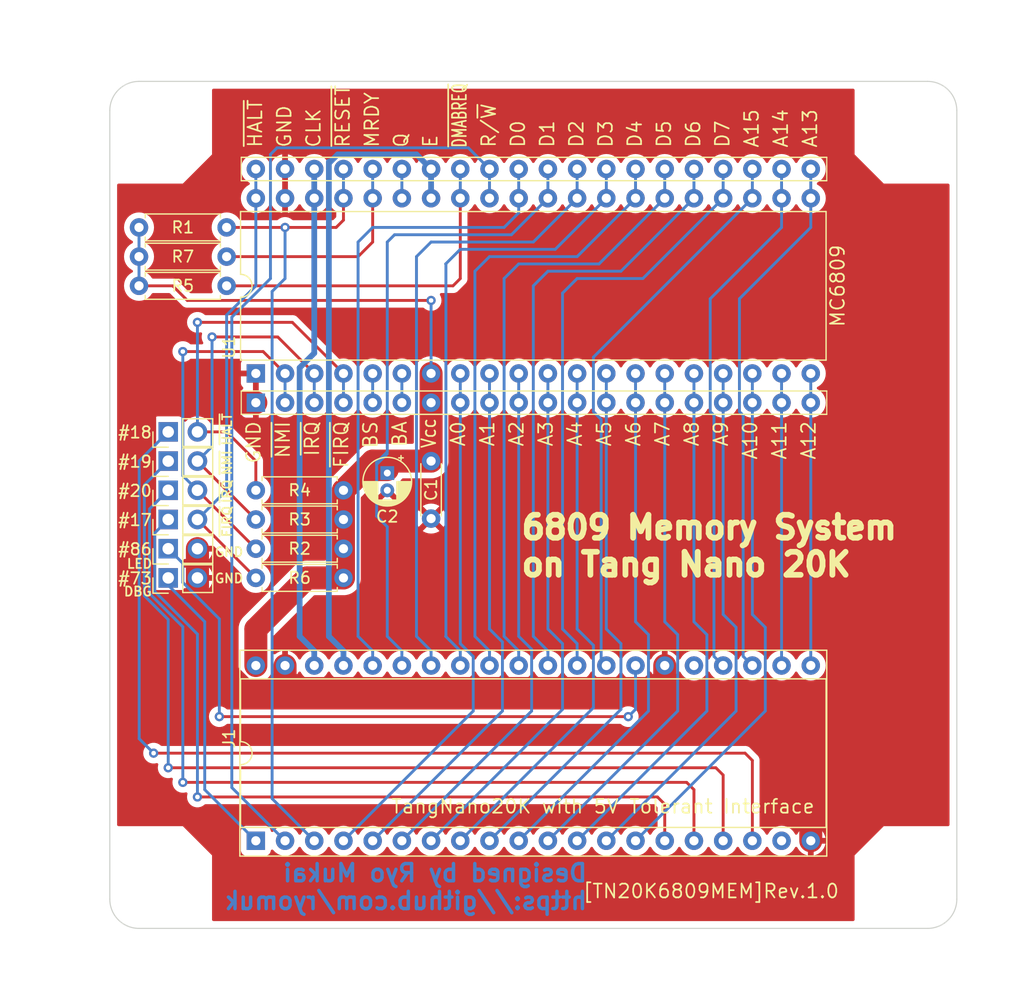
<source format=kicad_pcb>
(kicad_pcb (version 20221018) (generator pcbnew)
  (layers (0 "F.Cu" signal) (31 "B.Cu" signal) (34 "B.Paste" user) (35 "F.Paste" user) (36 "B.SilkS" user "B.Silkscreen") (37 "F.SilkS" user "F.Silkscreen") (38 "B.Mask" user) (39 "F.Mask" user) (44 "Edge.Cuts" user))
  (net 0 "")
  (net 1 "A8")
  (net 2 "A9")
  (net 3 "RESET_n")
  (net 4 "DBG")
  (net 5 "D4")
  (net 6 "A10")
  (net 7 "A11")
  (net 8 "D3")
  (net 9 "D5")
  (net 10 "D6")
  (net 11 "D2")
  (net 12 "D7")
  (net 13 "D0")
  (net 14 "D1")
  (net 15 "A12")
  (net 16 "A13")
  (net 17 "GND")
  (net 18 "A14")
  (net 19 "A15")
  (net 20 "CLK")
  (net 21 "RW_n")
  (net 22 "PIN20")
  (net 23 "PIN19")
  (net 24 "PIN17")
  (net 25 "PIN18")
  (net 26 "A7")
  (net 27 "A6")
  (net 28 "A5")
  (net 29 "A4")
  (net 31 "LED_RGB")
  (net 32 "A3")
  (net 33 "A2")
  (net 34 "A1")
  (net 35 "A0")
  (net 37 "E")
  (net 38 "NMI_n")
  (net 39 "HALT_n")
  (net 40 "VCC")
  (net 41 "IRQ_n")
  (net 42 "FIRQ_n")
  (net 43 "BS")
  (net 44 "BA")
  (net 45 "DMA_BREQ_n")
  (net 46 "Q")
  (net 47 "MRDY")
  (footprint "000_MyFootprint:CP_Radial_D4.0mm_P1.50mm" (layer "F.Cu") (at 24.13 34.06 -90)
    (fp_text reference "C2")
    (fp_text value "22uF")
  )
  (footprint "000_MyFootprint:MountingHole_3mm" (layer "F.Cu") (at 68.58 68.58)
    (fp_text reference "REF**")
    (fp_text value "MountingHole_3mm")
  )
  (footprint "000_MyFootprint:PinHeader_1x02_P2.54mm_Vertical" (layer "F.Cu") (at 5.08 43.18 90)
    (fp_text reference "J3" hide)
    (fp_text value "DBG")
  )
  (footprint "000_MyFootprint:R_Axial_DIN0207_L6.3mm_D2.5mm_P7.62mm_Horizontal" (layer "F.Cu") (at 20.32 38.1 180)
    (fp_text reference "R3")
    (fp_text value "10k")
  )
  (footprint "000_MyFootprint:DIP-40_W15.24mm_Socket" (layer "F.Cu") (at 12.7 66.04 90)
    (fp_text reference "J1")
    (fp_text value "TangNano20K5VInterface")
  )
  (footprint "000_MyFootprint:R_Axial_DIN0207_L6.3mm_D2.5mm_P7.62mm_Horizontal" (layer "F.Cu") (at 2.54 12.7)
    (fp_text reference "R1")
    (fp_text value "10k")
  )
  (footprint "000_MyFootprint:PinHeader_1x02_P2.54mm_Vertical" (layer "F.Cu") (at 5.08 40.64 90)
    (fp_text reference "J8" hide)
    (fp_text value "LED_RGB")
  )
  (footprint "000_MyFootprint:R_Axial_DIN0207_L6.3mm_D2.5mm_P7.62mm_Horizontal" (layer "F.Cu") (at 20.32 35.56 180)
    (fp_text reference "R4")
    (fp_text value "10k")
  )
  (footprint "000_MyFootprint:R_Axial_DIN0207_L6.3mm_D2.5mm_P7.62mm_Horizontal" (layer "F.Cu") (at 20.32 40.64 180)
    (fp_text reference "R2")
    (fp_text value "10k")
  )
  (footprint "000_MyFootprint:MountingHole_3mm" (layer "F.Cu") (at 5.08 5.08)
    (fp_text reference "REF**")
    (fp_text value "MountingHole_3mm")
  )
  (footprint "000_MyFootprint:R_Axial_DIN0207_L6.3mm_D2.5mm_P7.62mm_Horizontal" (layer "F.Cu") (at 2.54 15.24)
    (fp_text reference "R7")
    (fp_text value "10k")
  )
  (footprint "000_MyFootprint:PinHeader_1x02_P2.54mm_Vertical" (layer "F.Cu") (at 5.08 38.1 90)
    (fp_text reference "J4" hide)
    (fp_text value "HALT_n")
  )
  (footprint "000_MyFootprint:PinHeader_1x02_P2.54mm_Vertical" (layer "F.Cu") (at 5.08 35.56 90)
    (fp_text reference "J5" hide)
    (fp_text value "NMI_n")
  )
  (footprint "000_MyFootprint:R_Axial_DIN0207_L6.3mm_D2.5mm_P7.62mm_Horizontal" (layer "F.Cu") (at 2.54 17.78)
    (fp_text reference "R5")
    (fp_text value "10k")
  )
  (footprint "000_MyFootprint:C_Disc_D4.3mm_W1.9mm_P5.00mm" (layer "F.Cu") (at 27.94 33.02 -90)
    (fp_text reference "C1")
    (fp_text value "0.1uF")
  )
  (footprint "Package_DIP:DIP-40_W15.24mm" (layer "F.Cu") (at 12.7 25.4 90)
    (fp_text reference "U1")
    (fp_text value "MC6809")
  )
  (footprint "000_MyFootprint:DIP-40_W20.32mm800mil_Socket" (layer "F.Cu") (at 12.7 27.94 90)
    (fp_text reference "J2")
    (fp_text value "6809 TEST")
  )
  (footprint "000_MyFootprint:PinHeader_1x02_P2.54mm_Vertical" (layer "F.Cu") (at 5.08 30.48 90)
    (fp_text reference "J7" hide)
    (fp_text value "FIRQ_n")
  )
  (footprint "000_MyFootprint:MountingHole_3mm" (layer "F.Cu") (at 5.08 68.58)
    (fp_text reference "REF**")
    (fp_text value "MountingHole_3mm")
  )
  (footprint "000_MyFootprint:R_Axial_DIN0207_L6.3mm_D2.5mm_P7.62mm_Horizontal" (layer "F.Cu") (at 20.32 43.18 180)
    (fp_text reference "R6")
    (fp_text value "10k")
  )
  (footprint "000_MyFootprint:MountingHole_3mm" (layer "F.Cu") (at 68.58 5.08)
    (fp_text reference "REF**")
    (fp_text value "MountingHole_3mm")
  )
  (footprint "000_MyFootprint:PinHeader_1x02_P2.54mm_Vertical" (layer "F.Cu") (at 5.08 33.02 90)
    (fp_text reference "J6" hide)
    (fp_text value "IRQ_n")
  )
  (gr_line (start 2.54 0) (end 71.12 0) (stroke (width 0.1)) (layer "Edge.Cuts"))
  (gr_arc (start 71.12 0) (mid 72.916051 0.743949) (end 73.66 2.54) (stroke (width 0.1)) (layer "Edge.Cuts"))
  (gr_arc (start 73.66 71.12) (mid 72.916051 72.916051) (end 71.12 73.66) (stroke (width 0.1)) (layer "Edge.Cuts"))
  (gr_line (start 73.66 2.54) (end 73.66 71.12) (stroke (width 0.1)) (layer "Edge.Cuts"))
  (gr_arc (start 2.54 73.66) (mid 0.743949 72.916051) (end 0 71.12) (stroke (width 0.1)) (layer "Edge.Cuts"))
  (gr_arc (start 0 2.54) (mid 0.743949 0.743949) (end 2.54 0) (stroke (width 0.1)) (layer "Edge.Cuts"))
  (gr_line (start 0 71.12) (end 0 2.54) (stroke (width 0.1)) (layer "Edge.Cuts"))
  (gr_line (start 71.12 73.66) (end 2.54 73.66) (stroke (width 0.1)) (layer "Edge.Cuts"))
  (gr_text "Designed by Ryo Mukai\nhttps://github.com/ryomuk" (at 41.656 72.136) (layer "B.Cu") (effects (font (size 1.5 1.5) (thickness 0.3) bold) (justify left bottom mirror)))
  (gr_text "#19" (at 0.635 33.655) (layer "F.SilkS") (effects (font (size 1 1)) (justify left bottom)))
  (gr_text "E" (at 28.575 5.842 90) (layer "F.SilkS") (effects (font (size 1.2 1.2)) (justify left bottom)))
  (gr_text "A2" (at 36.068 29.464 90) (layer "F.SilkS") (effects (font (size 1.2 1.2)) (justify right bottom)))
  (gr_text "Vcc" (at 28.448 29.21 90) (layer "F.SilkS") (effects (font (size 1.2 1)) (justify right bottom)))
  (gr_text "A4" (at 41.148 29.464 90) (layer "F.SilkS") (effects (font (size 1.2 1.2)) (justify right bottom)))
  (gr_text "A0" (at 30.988 29.464 90) (layer "F.SilkS") (effects (font (size 1.2 1.2)) (justify right bottom)))
  (gr_text "BS" (at 23.368 29.464 90) (layer "F.SilkS") (effects (font (size 1.2 1.2)) (justify right bottom)))
  (gr_text "GND" (at 11.684 41.402) (layer "F.SilkS") (effects (font (size 0.8 0.8)) (justify right bottom)))
  (gr_text "#17" (at 0.635 38.735) (layer "F.SilkS") (effects (font (size 1 1)) (justify left bottom)))
  (gr_text "[TN20K6809MEM]Rev.1.0" (at 63.5 71.12) (layer "F.SilkS") (effects (font (size 1.2 1.2)) (justify right bottom)))
  (gr_text "A10" (at 56.388 29.464 90) (layer "F.SilkS") (effects (font (size 1.2 1.2)) (justify right bottom)))
  (gr_text "#20" (at 0.635 36.195) (layer "F.SilkS") (effects (font (size 1 1)) (justify left bottom)))
  (gr_text "~{NMI}" (at 15.748 29.464 90) (layer "F.SilkS") (effects (font (size 1.2 1.2)) (justify right bottom)))
  (gr_text "D7" (at 53.975 5.842 90) (layer "F.SilkS") (effects (font (size 1.2 1.2)) (justify left bottom)))
  (gr_text "DBG" (at 1.143 44.831) (layer "F.SilkS") (effects (font (size 0.8 0.8) (thickness 0.15) bold) (justify left bottom)))
  (gr_text "D2" (at 41.275 5.842 90) (layer "F.SilkS") (effects (font (size 1.2 1.2)) (justify left bottom)))
  (gr_text "A3" (at 38.608 29.464 90) (layer "F.SilkS") (effects (font (size 1.2 1.2)) (justify right bottom)))
  (gr_text "~{HALT}" (at 13.335 5.842 90) (layer "F.SilkS") (effects (font (size 1.2 1.2)) (justify left bottom)))
  (gr_text "~{RESET}" (at 20.955 5.842 90) (layer "F.SilkS") (effects (font (size 1.2 1.2)) (justify left bottom)))
  (gr_text "~{IRQ}" (at 10.668 34.544 90) (layer "F.SilkS") (effects (font (size 0.8 0.8)) (justify right bottom)))
  (gr_text "MRDY" (at 23.495 5.842 90) (layer "F.SilkS") (effects (font (size 1.2 1.2)) (justify left bottom)))
  (gr_text "BA" (at 25.908 29.464 90) (layer "F.SilkS") (effects (font (size 1.2 1.2)) (justify right bottom)))
  (gr_text "~{IRQ}" (at 18.288 29.464 90) (layer "F.SilkS") (effects (font (size 1.2 1.2)) (justify right bottom)))
  (gr_text "A13" (at 61.595 5.842 90) (layer "F.SilkS") (effects (font (size 1.2 1.2)) (justify left bottom)))
  (gr_text "A8" (at 51.308 29.464 90) (layer "F.SilkS") (effects (font (size 1.2 1.2)) (justify right bottom)))
  (gr_text "GND" (at 15.875 5.842 90) (layer "F.SilkS") (effects (font (size 1.2 1.2)) (justify left bottom)))
  (gr_text "A7" (at 48.768 29.464 90) (layer "F.SilkS") (effects (font (size 1.2 1.2)) (justify right bottom)))
  (gr_text "6809 Memory System\non Tang Nano 20K" (at 35.56 43.18) (layer "F.SilkS") (effects (font (size 2 2) (thickness 0.5) bold) (justify left bottom)))
  (gr_text "#86" (at 0.635 41.275) (layer "F.SilkS") (effects (font (size 1 1)) (justify left bottom)))
  (gr_text "TangNano20K with 5V Tolerant Interface" (at 24.384 63.754) (layer "F.SilkS") (effects (font (size 1.2 1.2)) (justify left bottom)))
  (gr_text "#73" (at 0.635 43.815) (layer "F.SilkS") (effects (font (size 1 1)) (justify left bottom)))
  (gr_text "D4" (at 46.355 5.842 90) (layer "F.SilkS") (effects (font (size 1.2 1.2)) (justify left bottom)))
  (gr_text "LED" (at 1.397 42.418) (layer "F.SilkS") (effects (font (size 0.8 0.8) (thickness 0.15) bold) (justify left bottom)))
  (gr_text "D3" (at 43.815 5.842 90) (layer "F.SilkS") (effects (font (size 1.2 1.2)) (justify left bottom)))
  (gr_text "Q" (at 26.035 5.842 90) (layer "F.SilkS") (effects (font (size 1.2 1.2)) (justify left bottom)))
  (gr_text "~{DMABREQ}" (at 31.115 5.842 90) (layer "F.SilkS") (effects (font (size 1.2 0.8)) (justify left bottom)))
  (gr_text "D5" (at 48.895 5.842 90) (layer "F.SilkS") (effects (font (size 1.2 1.2)) (justify left bottom)))
  (gr_text "D6" (at 51.435 5.842 90) (layer "F.SilkS") (effects (font (size 1.2 1.2)) (justify left bottom)))
  (gr_text "A14" (at 59.055 5.842 90) (layer "F.SilkS") (effects (font (size 1.2 1.2)) (justify left bottom)))
  (gr_text "GND" (at 11.684 43.688) (layer "F.SilkS") (effects (font (size 0.8 0.8)) (justify right bottom)))
  (gr_text "#18" (at 0.635 31.115) (layer "F.SilkS") (effects (font (size 1 1)) (justify left bottom)))
  (gr_text "~{HALT}" (at 10.668 31.75 90) (layer "F.SilkS") (effects (font (size 0.8 0.8)) (justify left bottom)))
  (gr_text "D1" (at 38.735 5.842 90) (layer "F.SilkS") (effects (font (size 1.2 1.2)) (justify left bottom)))
  (gr_text "A15" (at 56.515 5.842 90) (layer "F.SilkS") (effects (font (size 1.2 1.2)) (justify left bottom)))
  (gr_text "R/~{W}" (at 33.655 5.842 90) (layer "F.SilkS") (effects (font (size 1.2 1.2)) (justify left bottom)))
  (gr_text "~{FIRQ}" (at 20.828 29.464 90) (layer "F.SilkS") (effects (font (size 1.2 1.2)) (justify right bottom)))
  (gr_text "A6" (at 46.228 29.464 90) (layer "F.SilkS") (effects (font (size 1.2 1.2)) (justify right bottom)))
  (gr_text "A5" (at 43.688 29.464 90) (layer "F.SilkS") (effects (font (size 1.2 1.2)) (justify right bottom)))
  (gr_text "~{FIRQ}" (at 10.668 36.83 90) (layer "F.SilkS") (effects (font (size 0.8 0.8)) (justify right bottom)))
  (gr_text "A11" (at 58.928 29.464 90) (layer "F.SilkS") (effects (font (size 1.2 1.2)) (justify right bottom)))
  (gr_text "A9" (at 53.848 29.464 90) (layer "F.SilkS") (effects (font (size 1.2 1.2)) (justify right bottom)))
  (gr_text "A1" (at 33.528 29.464 90) (layer "F.SilkS") (effects (font (size 1.2 1.2)) (justify right bottom)))
  (gr_text "~{NMI}" (at 10.668 32.004 90) (layer "F.SilkS") (effects (font (size 0.8 0.8)) (justify right bottom)))
  (gr_text "D0" (at 36.195 5.842 90) (layer "F.SilkS") (effects (font (size 1.2 1.2)) (justify left bottom)))
  (gr_text "GND" (at 13.208 29.464 90) (layer "F.SilkS") (effects (font (size 1.2 1.2)) (justify right bottom)))
  (gr_text "A12" (at 61.468 29.464 90) (layer "F.SilkS") (effects (font (size 1.2 1.2)) (justify right bottom)))
  (gr_text "CLK" (at 18.415 5.842 90) (layer "F.SilkS") (effects (font (size 1.2 1.2)) (justify left bottom)))
  (segment (start 50.8 25.4) (end 50.8 27.94) (width 0.25) (layer "B.Cu") (net 1))
  (segment (start 50.8 46.99) (end 50.8 27.94) (width 0.25) (layer "B.Cu") (net 1))
  (segment (start 40.64 66.04) (end 51.925 54.755) (width 0.25) (layer "B.Cu") (net 1))
  (segment (start 51.925 48.115) (end 50.8 46.99) (width 0.25) (layer "B.Cu") (net 1))
  (segment (start 51.925 54.755) (end 51.925 48.115) (width 0.25) (layer "B.Cu") (net 1))
  (segment (start 43.18 66.04) (end 54.465 54.755) (width 0.25) (layer "B.Cu") (net 2))
  (segment (start 53.34 27.94) (end 53.34 25.4) (width 0.25) (layer "B.Cu") (net 2))
  (segment (start 53.34 46.355) (end 53.34 27.94) (width 0.25) (layer "B.Cu") (net 2))
  (segment (start 54.465 54.755) (end 54.465 47.48) (width 0.25) (layer "B.Cu") (net 2))
  (segment (start 54.465 47.48) (end 53.34 46.355) (width 0.25) (layer "B.Cu") (net 2))
  (segment (start 20.32 12.065) (end 20.32 10.16) (width 0.25) (layer "F.Cu") (net 3))
  (segment (start 19.685 12.7) (end 20.32 12.065) (width 0.25) (layer "F.Cu") (net 3))
  (segment (start 10.16 12.7) (end 19.685 12.7) (width 0.25) (layer "F.Cu") (net 3))
  (via (at 15.24 12.7) (size 0.8) (drill 0.4) (layers "F.Cu" "B.Cu") (net 3))
  (segment (start 17.78 66.04) (end 14.115 62.375) (width 0.25) (layer "B.Cu") (net 3))
  (segment (start 14.115 62.375) (end 14.115 18.27) (width 0.25) (layer "B.Cu") (net 3))
  (segment (start 14.115 18.27) (end 15.24 17.145) (width 0.25) (layer "B.Cu") (net 3))
  (segment (start 15.24 17.145) (end 15.24 12.7) (width 0.25) (layer "B.Cu") (net 3))
  (segment (start 20.32 7.62) (end 20.32 10.16) (width 0.25) (layer "B.Cu") (net 3))
  (segment (start 8.255 61.595) (end 8.255 46.99) (width 0.25) (layer "B.Cu") (net 4))
  (segment (start 12.7 66.04) (end 8.255 61.595) (width 0.25) (layer "B.Cu") (net 4))
  (segment (start 5.08 43.815) (end 5.08 43.18) (width 0.25) (layer "B.Cu") (net 4))
  (segment (start 8.255 46.99) (end 5.08 43.815) (width 0.25) (layer "B.Cu") (net 4))
  (segment (start 45.72 7.62) (end 45.72 10.16) (width 0.25) (layer "B.Cu") (net 5))
  (segment (start 33.02 49.53) (end 31.75 48.26) (width 0.25) (layer "B.Cu") (net 5))
  (segment (start 45.72 10.16) (end 40.64 15.24) (width 0.25) (layer "B.Cu") (net 5))
  (segment (start 31.75 48.26) (end 31.75 16.51) (width 0.25) (layer "B.Cu") (net 5))
  (segment (start 40.64 15.24) (end 33.02 15.24) (width 0.25) (layer "B.Cu") (net 5))
  (segment (start 33.02 50.8) (end 33.02 49.53) (width 0.25) (layer "B.Cu") (net 5))
  (segment (start 33.02 15.24) (end 31.75 16.51) (width 0.25) (layer "B.Cu") (net 5))
  (segment (start 55.88 25.4) (end 55.88 27.94) (width 0.25) (layer "B.Cu") (net 6))
  (segment (start 57.005 47.48) (end 55.88 46.355) (width 0.25) (layer "B.Cu") (net 6))
  (segment (start 57.005 54.755) (end 57.005 47.48) (width 0.25) (layer "B.Cu") (net 6))
  (segment (start 55.88 46.355) (end 55.88 27.94) (width 0.25) (layer "B.Cu") (net 6))
  (segment (start 45.72 66.04) (end 57.005 54.755) (width 0.25) (layer "B.Cu") (net 6))
  (segment (start 58.42 27.94) (end 58.42 25.4) (width 0.25) (layer "B.Cu") (net 7))
  (segment (start 58.42 50.8) (end 58.42 27.94) (width 0.25) (layer "B.Cu") (net 7))
  (segment (start 29.230001 15.895001) (end 29.21 15.875) (width 0.25) (layer "B.Cu") (net 8))
  (segment (start 43.18 7.62) (end 43.18 10.16) (width 0.25) (layer "B.Cu") (net 8))
  (segment (start 30.48 14.605) (end 29.21 15.875) (width 0.25) (layer "B.Cu") (net 8))
  (segment (start 29.21 48.26) (end 29.230001 48.239999) (width 0.25) (layer "B.Cu") (net 8))
  (segment (start 29.230001 48.239999) (end 29.230001 15.895001) (width 0.25) (layer "B.Cu") (net 8))
  (segment (start 30.48 50.8) (end 30.48 49.53) (width 0.25) (layer "B.Cu") (net 8))
  (segment (start 43.18 10.16) (end 38.735 14.605) (width 0.25) (layer "B.Cu") (net 8))
  (segment (start 38.735 14.605) (end 30.48 14.605) (width 0.25) (layer "B.Cu") (net 8))
  (segment (start 30.48 49.53) (end 29.21 48.26) (width 0.25) (layer "B.Cu") (net 8))
  (segment (start 35.56 15.875) (end 34.29 17.145) (width 0.25) (layer "B.Cu") (net 9))
  (segment (start 48.26 10.16) (end 42.545 15.875) (width 0.25) (layer "B.Cu") (net 9))
  (segment (start 42.545 15.875) (end 35.56 15.875) (width 0.25) (layer "B.Cu") (net 9))
  (segment (start 35.56 49.53) (end 34.29 48.26) (width 0.25) (layer "B.Cu") (net 9))
  (segment (start 35.56 50.8) (end 35.56 49.53) (width 0.25) (layer "B.Cu") (net 9))
  (segment (start 34.29 48.26) (end 34.29 17.145) (width 0.25) (layer "B.Cu") (net 9))
  (segment (start 48.26 7.62) (end 48.26 10.16) (width 0.25) (layer "B.Cu") (net 9))
  (segment (start 38.1 49.53) (end 36.83 48.26) (width 0.25) (layer "B.Cu") (net 10))
  (segment (start 36.83 48.26) (end 36.83 17.78) (width 0.25) (layer "B.Cu") (net 10))
  (segment (start 50.8 10.16) (end 44.45 16.51) (width 0.25) (layer "B.Cu") (net 10))
  (segment (start 38.1 50.8) (end 38.1 49.53) (width 0.25) (layer "B.Cu") (net 10))
  (segment (start 50.8 7.62) (end 50.8 10.16) (width 0.25) (layer "B.Cu") (net 10))
  (segment (start 44.45 16.51) (end 38.1 16.51) (width 0.25) (layer "B.Cu") (net 10))
  (segment (start 38.1 16.51) (end 36.83 17.78) (width 0.25) (layer "B.Cu") (net 10))
  (segment (start 26.67 48.26) (end 26.67 15.24) (width 0.25) (layer "B.Cu") (net 11))
  (segment (start 40.64 7.62) (end 40.64 10.16) (width 0.25) (layer "B.Cu") (net 11))
  (segment (start 40.64 10.16) (end 36.83 13.97) (width 0.25) (layer "B.Cu") (net 11))
  (segment (start 27.94 13.97) (end 26.67 15.24) (width 0.25) (layer "B.Cu") (net 11))
  (segment (start 36.83 13.97) (end 27.94 13.97) (width 0.25) (layer "B.Cu") (net 11))
  (segment (start 27.94 49.53) (end 26.67 48.26) (width 0.25) (layer "B.Cu") (net 11))
  (segment (start 27.94 50.8) (end 27.94 49.53) (width 0.25) (layer "B.Cu") (net 11))
  (segment (start 39.37 18.415) (end 39.37 47.625) (width 0.25) (layer "B.Cu") (net 12))
  (segment (start 46.355 17.145) (end 40.64 17.145) (width 0.25) (layer "B.Cu") (net 12))
  (segment (start 53.34 10.16) (end 46.355 17.145) (width 0.25) (layer "B.Cu") (net 12))
  (segment (start 53.34 7.62) (end 53.34 10.16) (width 0.25) (layer "B.Cu") (net 12))
  (segment (start 40.64 48.895) (end 40.64 50.8) (width 0.25) (layer "B.Cu") (net 12))
  (segment (start 40.64 17.145) (end 39.37 18.415) (width 0.25) (layer "B.Cu") (net 12))
  (segment (start 39.37 47.625) (end 40.64 48.895) (width 0.25) (layer "B.Cu") (net 12))
  (segment (start 21.59 13.97) (end 22.86 12.7) (width 0.25) (layer "B.Cu") (net 13))
  (segment (start 21.59 48.26) (end 21.59 13.97) (width 0.25) (layer "B.Cu") (net 13))
  (segment (start 22.86 49.53) (end 21.59 48.26) (width 0.25) (layer "B.Cu") (net 13))
  (segment (start 35.56 7.62) (end 35.56 10.16) (width 0.25) (layer "B.Cu") (net 13))
  (segment (start 35.56 11.43) (end 34.29 12.7) (width 0.25) (layer "B.Cu") (net 13))
  (segment (start 34.29 12.7) (end 22.86 12.7) (width 0.25) (layer "B.Cu") (net 13))
  (segment (start 22.86 50.8) (end 22.86 49.53) (width 0.25) (layer "B.Cu") (net 13))
  (segment (start 35.56 10.16) (end 35.56 11.43) (width 0.25) (layer "B.Cu") (net 13))
  (segment (start 24.13 32.21) (end 23.205 33.135) (width 0.25) (layer "B.Cu") (net 14))
  (segment (start 23.205 37.81) (end 24.13 38.735) (width 0.25) (layer "B.Cu") (net 14))
  (segment (start 23.205 33.135) (end 23.205 37.81) (width 0.25) (layer "B.Cu") (net 14))
  (segment (start 38.1 7.62) (end 38.1 10.16) (width 0.25) (layer "B.Cu") (net 14))
  (segment (start 24.13 48.26) (end 25.4 49.53) (width 0.25) (layer "B.Cu") (net 14))
  (segment (start 23.205 33.31) (end 24.13 32.385) (width 0.25) (layer "B.Cu") (net 14))
  (segment (start 24.13 13.97) (end 24.13 32.21) (width 0.25) (layer "B.Cu") (net 14))
  (segment (start 25.4 50.8) (end 25.4 49.53) (width 0.25) (layer "B.Cu") (net 14))
  (segment (start 38.1 10.16) (end 34.925 13.335) (width 0.25) (layer "B.Cu") (net 14))
  (segment (start 24.13 38.735) (end 24.13 48.26) (width 0.25) (layer "B.Cu") (net 14))
  (segment (start 34.925 13.335) (end 24.765 13.335) (width 0.25) (layer "B.Cu") (net 14))
  (segment (start 24.765 13.335) (end 24.13 13.97) (width 0.25) (layer "B.Cu") (net 14))
  (segment (start 60.96 25.4) (end 60.96 27.94) (width 0.25) (layer "B.Cu") (net 15))
  (segment (start 60.96 50.8) (end 60.96 27.94) (width 0.25) (layer "B.Cu") (net 15))
  (segment (start 60.96 12.7) (end 60.96 10.16) (width 0.25) (layer "B.Cu") (net 16))
  (segment (start 54.755 18.905) (end 60.96 12.7) (width 0.25) (layer "B.Cu") (net 16))
  (segment (start 55.080001 29.045001) (end 54.755 28.72) (width 0.25) (layer "B.Cu") (net 16))
  (segment (start 60.96 7.62) (end 60.96 10.16) (width 0.25) (layer "B.Cu") (net 16))
  (segment (start 54.755 28.72) (end 54.755 18.905) (width 0.25) (layer "B.Cu") (net 16))
  (segment (start 55.080001 50.000001) (end 55.080001 29.045001) (width 0.25) (layer "B.Cu") (net 16))
  (segment (start 55.88 50.8) (end 55.080001 50.000001) (width 0.25) (layer "B.Cu") (net 16))
  (segment (start 15.24 50.8) (end 15.24 51.93137) (width 2) (layer "F.Cu") (net 17))
  (segment (start 15.24 50.8) (end 13.915 52.125) (width 0.25) (layer "F.Cu") (net 17))
  (segment (start 12.12 52.125) (end 7.62 47.625) (width 0.25) (layer "F.Cu") (net 17))
  (segment (start 60.96 55.88) (end 60.96 66.04) (width 2) (layer "F.Cu") (net 17))
  (segment (start 11.78873 53) (end 7.62 48.83127) (width 2) (layer "F.Cu") (net 17))
  (segment (start 3.03 45.23) (end 3.03 28.43) (width 2) (layer "F.Cu") (net 17))
  (segment (start 49.66863 53.34) (end 58.42 53.34) (width 2) (layer "F.Cu") (net 17))
  (segment (start 47.39137 52.8) (end 48.26 51.93137) (width 2) (layer "F.Cu") (net 17))
  (segment (start 3.03 28.43) (end 3.52 27.94) (width 2) (layer "F.Cu") (net 17))
  (segment (start 7.62 48.83127) (end 7.62 40.64) (width 2) (layer "F.Cu") (net 17))
  (segment (start 7.62 47.625) (end 7.62 40.64) (width 0.25) (layer "F.Cu") (net 17))
  (segment (start 7.62 40.64) (end 7.62 44.74) (width 2) (layer "F.Cu") (net 17))
  (segment (start 15.24 51.93137) (end 16.10863 52.8) (width 2) (layer "F.Cu") (net 17))
  (segment (start 3.52 27.94) (end 12.7 27.94) (width 2) (layer "F.Cu") (net 17))
  (segment (start 13.915 52.125) (end 12.12 52.125) (width 0.25) (layer "F.Cu") (net 17))
  (segment (start 48.26 51.93137) (end 48.26 50.8) (width 2) (layer "F.Cu") (net 17))
  (segment (start 14.17137 53) (end 11.78873 53) (width 2) (layer "F.Cu") (net 17))
  (segment (start 16.10863 52.8) (end 47.39137 52.8) (width 2) (layer "F.Cu") (net 17))
  (segment (start 48.26 51.93137) (end 49.66863 53.34) (width 2) (layer "F.Cu") (net 17))
  (segment (start 15.24 51.93137) (end 14.17137 53) (width 2) (layer "F.Cu") (net 17))
  (segment (start 58.42 53.34) (end 60.96 55.88) (width 2) (layer "F.Cu") (net 17))
  (segment (start 7.62 44.74) (end 7.13 45.23) (width 2) (layer "F.Cu") (net 17))
  (segment (start 7.13 45.23) (end 3.03 45.23) (width 2) (layer "F.Cu") (net 17))
  (segment (start 52.215 28.72) (end 52.215 18.905) (width 0.25) (layer "B.Cu") (net 18))
  (segment (start 52.215 18.905) (end 58.42 12.7) (width 0.25) (layer "B.Cu") (net 18))
  (segment (start 58.42 7.62) (end 58.42 10.16) (width 0.25) (layer "B.Cu") (net 18))
  (segment (start 52.540001 50.000001) (end 52.540001 29.045001) (width 0.25) (layer "B.Cu") (net 18))
  (segment (start 52.540001 29.045001) (end 52.215 28.72) (width 0.25) (layer "B.Cu") (net 18))
  (segment (start 58.42 12.7) (end 58.42 10.16) (width 0.25) (layer "B.Cu") (net 18))
  (segment (start 53.34 50.8) (end 52.540001 50.000001) (width 0.25) (layer "B.Cu") (net 18))
  (segment (start 42.055 23.985) (end 55.88 10.16) (width 0.25) (layer "B.Cu") (net 19))
  (segment (start 43.18 50.8) (end 42.73 50.35) (width 0.25) (layer "B.Cu") (net 19))
  (segment (start 55.88 7.62) (end 55.88 10.16) (width 0.25) (layer "B.Cu") (net 19))
  (segment (start 42.73 50.35) (end 42.73 29.395) (width 0.25) (layer "B.Cu") (net 19))
  (segment (start 42.055 28.72) (end 42.055 23.985) (width 0.25) (layer "B.Cu") (net 19))
  (segment (start 42.73 29.395) (end 42.055 28.72) (width 0.25) (layer "B.Cu") (net 19))
  (segment (start 16.51 24.902233) (end 16.51 48.26) (width 0.5) (layer "B.Cu") (net 20))
  (segment (start 17.78 23.632233) (end 16.51 24.902233) (width 0.5) (layer "B.Cu") (net 20))
  (segment (start 17.78 49.53) (end 17.78 50.8) (width 0.5) (layer "B.Cu") (net 20))
  (segment (start 17.78 7.62) (end 17.78 10.16) (width 0.5) (layer "B.Cu") (net 20))
  (segment (start 16.51 48.26) (end 17.78 49.53) (width 0.5) (layer "B.Cu") (net 20))
  (segment (start 17.78 10.16) (end 17.78 23.632233) (width 0.5) (layer "B.Cu") (net 20))
  (segment (start 10.61 20.506396) (end 13.97 17.146396) (width 0.25) (layer "B.Cu") (net 21))
  (segment (start 31.175 5.775) (end 14.545 5.775) (width 0.25) (layer "B.Cu") (net 21))
  (segment (start 13.97 17.146396) (end 13.97 6.35) (width 0.25) (layer "B.Cu") (net 21))
  (segment (start 33.02 7.62) (end 31.175 5.775) (width 0.25) (layer "B.Cu") (net 21))
  (segment (start 33.02 7.62) (end 33.02 10.16) (width 0.25) (layer "B.Cu") (net 21))
  (segment (start 10.61 61.41) (end 10.61 20.506396) (width 0.25) (layer "B.Cu") (net 21))
  (segment (start 15.24 66.04) (end 10.61 61.41) (width 0.25) (layer "B.Cu") (net 21))
  (segment (start 13.97 6.35) (end 14.545 5.775) (width 0.25) (layer "B.Cu") (net 21))
  (segment (start 50.8 61.595) (end 50.165 60.96) (width 0.25) (layer "F.Cu") (net 22))
  (segment (start 50.8 66.04) (end 50.8 61.595) (width 0.25) (layer "F.Cu") (net 22))
  (segment (start 50.165 60.96) (end 6.35 60.96) (width 0.25) (layer "F.Cu") (net 22))
  (via (at 6.35 60.96) (size 0.8) (drill 0.4) (layers "F.Cu" "B.Cu") (net 22))
  (segment (start 3.455 44.541396) (end 3.455 37.185) (width 0.25) (layer "B.Cu") (net 22))
  (segment (start 6.35 60.96) (end 6.35 47.436396) (width 0.25) (layer "B.Cu") (net 22))
  (segment (start 6.35 47.436396) (end 3.455 44.541396) (width 0.25) (layer "B.Cu") (net 22))
  (segment (start 3.455 37.185) (end 5.08 35.56) (width 0.25) (layer "B.Cu") (net 22))
  (segment (start 53.34 60.325) (end 52.705 59.69) (width 0.25) (layer "F.Cu") (net 23))
  (segment (start 53.34 66.04) (end 53.34 60.325) (width 0.25) (layer "F.Cu") (net 23))
  (segment (start 52.705 59.69) (end 5.08 59.69) (width 0.25) (layer "F.Cu") (net 23))
  (via (at 5.08 59.69) (size 0.8) (drill 0.4) (layers "F.Cu" "B.Cu") (net 23))
  (segment (start 3.005 35.095) (end 5.08 33.02) (width 0.25) (layer "B.Cu") (net 23))
  (segment (start 5.08 59.69) (end 5.08 46.802792) (width 0.25) (layer "B.Cu") (net 23))
  (segment (start 5.08 46.802792) (end 3.005 44.727792) (width 0.25) (layer "B.Cu") (net 23))
  (segment (start 3.005 44.727792) (end 3.005 35.095) (width 0.25) (layer "B.Cu") (net 23))
  (segment (start 48.26 62.865) (end 47.625 62.23) (width 0.25) (layer "F.Cu") (net 24))
  (segment (start 47.625 62.23) (end 7.62 62.23) (width 0.25) (layer "F.Cu") (net 24))
  (segment (start 48.26 66.04) (end 48.26 62.865) (width 0.25) (layer "F.Cu") (net 24))
  (via (at 7.62 62.23) (size 0.8) (drill 0.4) (layers "F.Cu" "B.Cu") (net 24))
  (segment (start 7.62 48.07) (end 3.905 44.355) (width 0.25) (layer "B.Cu") (net 24))
  (segment (start 3.905 44.355) (end 3.905 39.275) (width 0.25) (layer "B.Cu") (net 24))
  (segment (start 7.62 62.23) (end 7.62 48.07) (width 0.25) (layer "B.Cu") (net 24))
  (segment (start 3.905 39.275) (end 5.08 38.1) (width 0.25) (layer "B.Cu") (net 24))
  (segment (start 55.88 66.04) (end 55.88 59.055) (width 0.25) (layer "F.Cu") (net 25))
  (segment (start 55.245 58.42) (end 3.81 58.42) (width 0.25) (layer "F.Cu") (net 25))
  (segment (start 55.88 59.055) (end 55.245 58.42) (width 0.25) (layer "F.Cu") (net 25))
  (via (at 3.81 58.42) (size 0.8) (drill 0.4) (layers "F.Cu" "B.Cu") (net 25))
  (segment (start 2.555 57.165) (end 2.555 33.005) (width 0.25) (layer "B.Cu") (net 25))
  (segment (start 2.555 33.005) (end 5.08 30.48) (width 0.25) (layer "B.Cu") (net 25))
  (segment (start 3.81 58.42) (end 2.555 57.165) (width 0.25) (layer "B.Cu") (net 25))
  (segment (start 48.26 46.99) (end 48.26 27.94) (width 0.25) (layer "B.Cu") (net 26))
  (segment (start 48.26 27.94) (end 48.26 25.4) (width 0.25) (layer "B.Cu") (net 26))
  (segment (start 38.1 66.04) (end 49.385 54.755) (width 0.25) (layer "B.Cu") (net 26))
  (segment (start 49.385 54.755) (end 49.385 48.115) (width 0.25) (layer "B.Cu") (net 26))
  (segment (start 49.385 48.115) (end 48.26 46.99) (width 0.25) (layer "B.Cu") (net 26))
  (segment (start 46.845 48.115) (end 45.72 46.99) (width 0.25) (layer "B.Cu") (net 27))
  (segment (start 45.72 46.99) (end 45.72 27.94) (width 0.25) (layer "B.Cu") (net 27))
  (segment (start 46.845 54.755) (end 46.845 48.115) (width 0.25) (layer "B.Cu") (net 27))
  (segment (start 45.72 27.94) (end 45.72 25.4) (width 0.25) (layer "B.Cu") (net 27))
  (segment (start 35.56 66.04) (end 46.845 54.755) (width 0.25) (layer "B.Cu") (net 27))
  (segment (start 43.18 27.94) (end 43.18 25.4) (width 0.25) (layer "B.Cu") (net 28))
  (segment (start 33.02 66.04) (end 44.45 54.61) (width 0.25) (layer "B.Cu") (net 28))
  (segment (start 44.45 48.895) (end 43.18 47.625) (width 0.25) (layer "B.Cu") (net 28))
  (segment (start 44.45 54.61) (end 44.45 48.895) (width 0.25) (layer "B.Cu") (net 28))
  (segment (start 43.18 47.625) (end 43.18 27.94) (width 0.25) (layer "B.Cu") (net 28))
  (segment (start 40.64 27.94) (end 40.64 25.4) (width 0.25) (layer "B.Cu") (net 29))
  (segment (start 42.055 49.04) (end 40.64 47.625) (width 0.25) (layer "B.Cu") (net 29))
  (segment (start 42.055 54.465) (end 42.055 49.04) (width 0.25) (layer "B.Cu") (net 29))
  (segment (start 40.64 47.625) (end 40.64 27.94) (width 0.25) (layer "B.Cu") (net 29))
  (segment (start 30.48 66.04) (end 42.055 54.465) (width 0.25) (layer "B.Cu") (net 29))
  (segment (start 9.525 55.245) (end 45.085 55.245) (width 0.25) (layer "F.Cu") (net 31))
  (via (at 9.525 55.245) (size 0.8) (drill 0.4) (layers "F.Cu" "B.Cu") (net 31))
  (via (at 45.085 55.245) (size 0.8) (drill 0.4) (layers "F.Cu" "B.Cu") (net 31))
  (segment (start 6.35 41.91) (end 5.08 40.64) (width 0.25) (layer "B.Cu") (net 31))
  (segment (start 6.35 43.571701) (end 6.35 41.91) (width 0.25) (layer "B.Cu") (net 31))
  (segment (start 45.72 50.8) (end 45.72 54.61) (width 0.25) (layer "B.Cu") (net 31))
  (segment (start 9.525 55.245) (end 9.525 46.746701) (width 0.25) (layer "B.Cu") (net 31))
  (segment (start 9.525 46.746701) (end 6.35 43.571701) (width 0.25) (layer "B.Cu") (net 31))
  (segment (start 45.72 54.61) (end 45.085 55.245) (width 0.25) (layer "B.Cu") (net 31))
  (segment (start 39.37 54.61) (end 39.37 48.896396) (width 0.25) (layer "B.Cu") (net 32))
  (segment (start 38.1 47.626396) (end 38.1 27.94) (width 0.25) (layer "B.Cu") (net 32))
  (segment (start 27.94 66.04) (end 39.37 54.61) (width 0.25) (layer "B.Cu") (net 32))
  (segment (start 38.1 27.94) (end 38.1 25.4) (width 0.25) (layer "B.Cu") (net 32))
  (segment (start 39.37 48.896396) (end 38.1 47.626396) (width 0.25) (layer "B.Cu") (net 32))
  (segment (start 25.4 66.04) (end 36.685 54.755) (width 0.25) (layer "B.Cu") (net 33))
  (segment (start 36.685 54.755) (end 36.685 49.385) (width 0.25) (layer "B.Cu") (net 33))
  (segment (start 35.56 27.94) (end 35.56 25.4) (width 0.25) (layer "B.Cu") (net 33))
  (segment (start 36.685 49.385) (end 35.56 48.26) (width 0.25) (layer "B.Cu") (net 33))
  (segment (start 35.56 48.26) (end 35.56 27.94) (width 0.25) (layer "B.Cu") (net 33))
  (segment (start 22.86 66.04) (end 34.145 54.755) (width 0.25) (layer "B.Cu") (net 34))
  (segment (start 34.145 48.751396) (end 33.02 47.626396) (width 0.25) (layer "B.Cu") (net 34))
  (segment (start 33.02 27.94) (end 33.02 25.4) (width 0.25) (layer "B.Cu") (net 34))
  (segment (start 34.145 54.755) (end 34.145 48.751396) (width 0.25) (layer "B.Cu") (net 34))
  (segment (start 33.02 47.626396) (end 33.02 27.94) (width 0.25) (layer "B.Cu") (net 34))
  (segment (start 31.605 50.018604) (end 30.48 48.893604) (width 0.25) (layer "B.Cu") (net 35))
  (segment (start 30.48 27.94) (end 30.48 25.4) (width 0.25) (layer "B.Cu") (net 35))
  (segment (start 20.32 66.04) (end 31.605 54.755) (width 0.25) (layer "B.Cu") (net 35))
  (segment (start 30.48 48.893604) (end 30.48 27.94) (width 0.25) (layer "B.Cu") (net 35))
  (segment (start 31.605 54.755) (end 31.605 50.018604) (width 0.25) (layer "B.Cu") (net 35))
  (segment (start 19.822233 6.35) (end 26.67 6.35) (width 0.5) (layer "B.Cu") (net 37))
  (segment (start 20.32 49.53) (end 19.05 48.26) (width 0.5) (layer "B.Cu") (net 37))
  (segment (start 20.32 50.8) (end 20.32 49.53) (width 0.5) (layer "B.Cu") (net 37))
  (segment (start 27.94 7.62) (end 27.94 10.16) (width 0.5) (layer "B.Cu") (net 37))
  (segment (start 26.67 6.35) (end 27.94 7.62) (width 0.5) (layer "B.Cu") (net 37))
  (segment (start 19.05 7.122233) (end 19.822233 6.35) (width 0.5) (layer "B.Cu") (net 37))
  (segment (start 19.05 48.26) (end 19.05 6.985) (width 0.5) (layer "B.Cu") (net 37))
  (segment (start 15.24 25.4) (end 13.335 23.495) (width 0.25) (layer "F.Cu") (net 38))
  (segment (start 13.335 23.495) (end 6.35 23.495) (width 0.25) (layer "F.Cu") (net 38))
  (segment (start 12.7 40.64) (end 7.62 35.56) (width 0.25) (layer "F.Cu") (net 38))
  (via (at 6.35 23.495) (size 0.8) (drill 0.4) (layers "F.Cu" "B.Cu") (net 38))
  (segment (start 6.35 23.495) (end 6.35 34.29) (width 0.25) (layer "B.Cu") (net 38))
  (segment (start 6.35 34.29) (end 7.62 35.56) (width 0.25) (layer "B.Cu") (net 38))
  (segment (start 15.24 27.94) (end 15.24 25.4) (width 0.25) (layer "B.Cu") (net 38))
  (segment (start 12.7 43.18) (end 7.62 38.1) (width 0.25) (layer "F.Cu") (net 39))
  (segment (start 10.16 20.32) (end 10.16 35.56) (width 0.25) (layer "B.Cu") (net 39))
  (segment (start 12.7 10.16) (end 12.7 17.78) (width 0.25) (layer "B.Cu") (net 39))
  (segment (start 10.16 35.56) (end 7.62 38.1) (width 0.25) (layer "B.Cu") (net 39))
  (segment (start 12.7 17.78) (end 10.16 20.32) (width 0.25) (layer "B.Cu") (net 39))
  (segment (start 12.7 10.16) (end 12.7 7.62) (width 0.25) (layer "B.Cu") (net 39))
  (segment (start 2.54 17.78) (end 5.470305 17.78) (width 0.25) (layer "F.Cu") (net 40))
  (segment (start 27.94 33.02) (end 22.86 33.02) (width 2) (layer "F.Cu") (net 40))
  (segment (start 20.32 43.18) (end 20.32 35.56) (width 2) (layer "F.Cu") (net 40))
  (segment (start 27.94 33.02) (end 27.94 25.4) (width 2) (layer "F.Cu") (net 40))
  (segment (start 20.32 35.56) (end 22.12 33.76) (width 2) (layer "F.Cu") (net 40))
  (segment (start 22.12 33.76) (end 24.13 33.76) (width 2) (layer "F.Cu") (net 40))
  (segment (start 22.86 33.02) (end 20.32 35.56) (width 2) (layer "F.Cu") (net 40))
  (segment (start 12.7 47.625) (end 12.7 50.8) (width 2) (layer "F.Cu") (net 40))
  (segment (start 6.740305 19.05) (end 27.94 19.05) (width 0.25) (layer "F.Cu") (net 40))
  (segment (start 17.145 43.18) (end 12.7 47.625) (width 2) (layer "F.Cu") (net 40))
  (segment (start 5.470305 17.78) (end 6.740305 19.05) (width 0.25) (layer "F.Cu") (net 40))
  (segment (start 20.32 43.18) (end 17.145 43.18) (width 2) (layer "F.Cu") (net 40))
  (via (at 27.94 19.05) (size 0.8) (drill 0.4) (layers "F.Cu" "B.Cu") (net 40))
  (segment (start 27.94 19.05) (end 27.94 25.4) (width 0.25) (layer "B.Cu") (net 40))
  (segment (start 2.54 12.7) (end 2.54 17.78) (width 0.25) (layer "B.Cu") (net 40))
  (segment (start 17.78 25.4) (end 14.605 22.225) (width 0.25) (layer "F.Cu") (net 41))
  (segment (start 12.7 38.1) (end 7.62 33.02) (width 0.25) (layer "F.Cu") (net 41))
  (segment (start 14.605 22.225) (end 8.89 22.225) (width 0.25) (layer "F.Cu") (net 41))
  (via (at 8.89 22.225) (size 0.8) (drill 0.4) (layers "F.Cu" "B.Cu") (net 41))
  (segment (start 8.89 22.225) (end 8.89 31.75) (width 0.25) (layer "B.Cu") (net 41))
  (segment (start 17.78 27.94) (end 17.78 25.4) (width 0.25) (layer "B.Cu") (net 41))
  (segment (start 8.89 31.75) (end 7.62 33.02) (width 0.25) (layer "B.Cu") (net 41))
  (segment (start 12.7 33.02) (end 10.16 30.48) (width 0.25) (layer "F.Cu") (net 42))
  (segment (start 20.32 25.4) (end 15.875 20.955) (width 0.25) (layer "F.Cu") (net 42))
  (segment (start 12.7 35.56) (end 12.7 33.02) (width 0.25) (layer "F.Cu") (net 42))
  (segment (start 10.16 30.48) (end 7.62 30.48) (width 0.25) (layer "F.Cu") (net 42))
  (segment (start 15.875 20.955) (end 7.62 20.955) (width 0.25) (layer "F.Cu") (net 42))
  (via (at 7.62 20.955) (size 0.8) (drill 0.4) (layers "F.Cu" "B.Cu") (net 42))
  (segment (start 7.62 20.955) (end 7.62 30.48) (width 0.25) (layer "B.Cu") (net 42))
  (segment (start 20.32 27.94) (end 20.32 25.4) (width 0.25) (layer "B.Cu") (net 42))
  (segment (start 22.86 27.94) (end 22.86 25.4) (width 0.25) (layer "B.Cu") (net 43))
  (segment (start 25.4 27.94) (end 25.4 25.4) (width 0.25) (layer "B.Cu") (net 44))
  (segment (start 29.845 17.78) (end 30.48 17.145) (width 0.25) (layer "F.Cu") (net 45))
  (segment (start 30.48 17.145) (end 30.48 10.16) (width 0.25) (layer "F.Cu") (net 45))
  (segment (start 10.16 17.78) (end 29.845 17.78) (width 0.25) (layer "F.Cu") (net 45))
  (segment (start 30.48 7.62) (end 30.48 10.16) (width 0.25) (layer "B.Cu") (net 45))
  (segment (start 25.4 7.62) (end 25.4 10.16) (width 0.25) (layer "B.Cu") (net 46))
  (segment (start 21.59 15.24) (end 22.86 13.97) (width 0.25) (layer "F.Cu") (net 47))
  (segment (start 10.16 15.24) (end 21.59 15.24) (width 0.25) (layer "F.Cu") (net 47))
  (segment (start 22.86 13.97) (end 22.86 10.16) (width 0.25) (layer "F.Cu") (net 47))
  (segment (start 22.86 7.62) (end 22.86 10.16) (width 0.25) (layer "B.Cu") (net 47))
  (zone (net 17) (net_name "GND") (layer "F.Cu") (connect_pads (clearance 0.5)) (min_thickness 0.25) (fill yes (thermal_gap 0.5) (thermal_bridge_width 0.5))
    (polygon (pts (xy 8.89 0.635) (xy 8.89 6.35) (xy 6.35 8.89) (xy 0.635 8.89) (xy 0.635 64.77) (xy 6.35 64.77) (xy 8.89 67.31) (xy 8.89 73.025) (xy 64.77 73.025) (xy 64.77 67.31) (xy 67.31 64.77) (xy 73.025 64.77) (xy 73.025 8.89) (xy 67.31 8.89) (xy 64.77 6.35) (xy 64.77 0.635)))
  )
)
</source>
